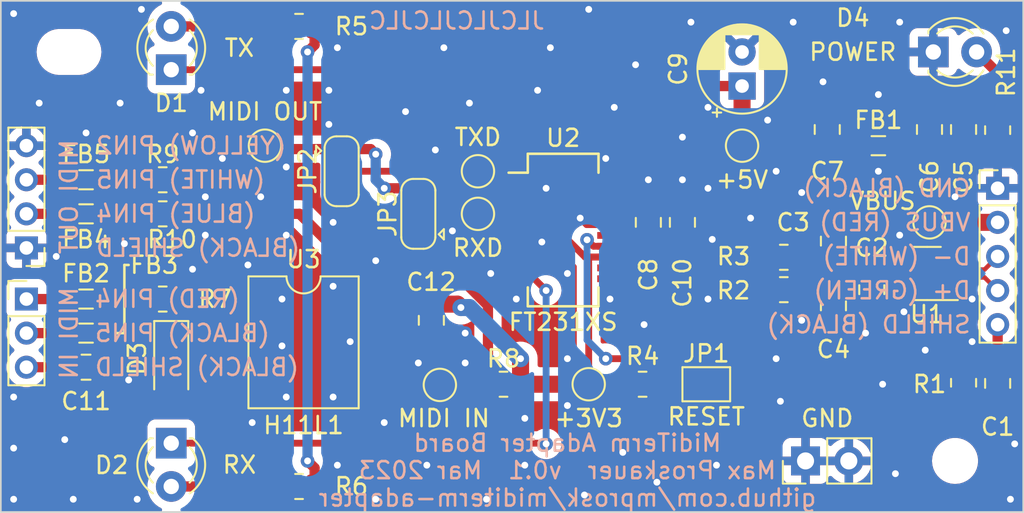
<source format=kicad_pcb>
(kicad_pcb (version 20221018) (generator pcbnew)
  (title_block (title "MidiTerm Adapter Board") (date "2023-03-30") (rev "0.1") (company "Max Proskauer"))
  (layers (0 "F.Cu" signal) (31 "B.Cu" signal) (34 "B.Paste" user) (35 "F.Paste" user) (36 "B.SilkS" user "B.Silkscreen") (37 "F.SilkS" user "F.Silkscreen") (38 "B.Mask" user) (39 "F.Mask" user) (44 "Edge.Cuts" user))
  (net 0 "")
  (net 1 "VBUS")
  (net 2 "GND")
  (net 3 "+3V3")
  (net 4 "/USBD+")
  (net 5 "/USBD-")
  (net 6 "/~{RESET}")
  (net 7 "/USB_TVS_D-")
  (net 8 "/USB_TVS_D+")
  (net 9 "+5V")
  (net 10 "Net-(J2-Pin_3)")
  (net 11 "/TXLED")
  (net 12 "Net-(D1-A)")
  (net 13 "/RXLED")
  (net 14 "Net-(D2-A)")
  (net 15 "Net-(D3-K)")
  (net 16 "Net-(D3-A)")
  (net 17 "/MIDI_IN_PIN4")
  (net 18 "Net-(FB2-Pad2)")
  (net 19 "/MIDI_IN_PIN5")
  (net 20 "Net-(FB4-Pad1)")
  (net 21 "/MIDI_OUT_PIN4")
  (net 22 "Net-(FB5-Pad1)")
  (net 23 "/MIDI_OUT_PIN5")
  (net 24 "/USB_IN_D+")
  (net 25 "/USB_IN_D-")
  (net 26 "/MIDI_OUT")
  (net 27 "/TXD")
  (net 28 "/MIDI_IN")
  (net 29 "/RXD")
  (net 39 "Net-(D4-A)")
  (net 40 "/USB_SHEILD")
  (footprint "TestPoint:TestPoint_Pad_D1.5mm" (layer "F.Cu") (at 134.5 97.5)
    (fp_text reference "TP3" hide)
    (fp_text value "+3V3")
  )
  (footprint "MountingHole:MountingHole_2.2mm_M2" (layer "F.Cu") (at 104 78)
    (fp_text reference "H2" hide)
    (fp_text value "MountingHole" hide)
  )
  (footprint "Capacitor_SMD:C_0805_2012Metric" (layer "F.Cu") (at 156.5 82.55 -90)
    (fp_text reference "C5")
    (fp_text value "10nF" hide)
  )
  (footprint "TestPoint:TestPoint_Pad_D1.5mm" (layer "F.Cu") (at 128 87.5)
    (fp_text reference "TP5" hide)
    (fp_text value "RXD")
  )
  (footprint "Resistor_SMD:R_0805_2012Metric" (layer "F.Cu") (at 129.5 97.5 180)
    (fp_text reference "R8")
    (fp_text value "270R" hide)
  )
  (footprint "TestPoint:TestPoint_Pad_D1.5mm" (layer "F.Cu") (at 154.5 88 -90)
    (fp_text reference "TP1" hide)
    (fp_text value "VBUS")
  )
  (footprint "Package_DIP:SMDIP-6_W9.53mm" (layer "F.Cu") (at 117.765 95.04)
    (fp_text reference "U3")
    (fp_text value "H11L1")
  )
  (footprint "Capacitor_SMD:C_0805_2012Metric" (layer "F.Cu") (at 105 96.5 180)
    (fp_text reference "C11")
    (fp_text value "100nF" hide)
  )
  (footprint "Connector_PinHeader_2.00mm:PinHeader_1x05_P2.00mm_Vertical" (layer "F.Cu") (at 158.5 86)
    (fp_text reference "J1" hide)
    (fp_text value "USB" hide)
  )
  (footprint "Capacitor_SMD:C_0805_2012Metric" (layer "F.Cu") (at 125.265 93.75 -90)
    (fp_text reference "C12")
    (fp_text value "100nF" hide)
  )
  (footprint "Inductor_SMD:L_0805_2012Metric" (layer "F.Cu") (at 105 94.5)
    (fp_text reference "FB3")
    (fp_text value "1k@100MHZ" hide)
  )
  (footprint "Connector_PinHeader_2.00mm:PinHeader_1x03_P2.00mm_Vertical" (layer "F.Cu") (at 101.5 92.5)
    (fp_text reference "J2" hide)
    (fp_text value "MIDI IN")
  )
  (footprint "Diode_SMD:D_SOD-123" (layer "F.Cu") (at 110 96.15 -90)
    (fp_text reference "D3")
    (fp_text value "1N4148" hide)
  )
  (footprint "Resistor_SMD:R_0805_2012Metric" (layer "F.Cu") (at 156.5 97.4125 -90)
    (fp_text reference "R1")
    (fp_text value "DNP")
  )
  (footprint "Resistor_SMD:R_0805_2012Metric" (layer "F.Cu") (at 145.95 91.95 180)
    (fp_text reference "R2")
    (fp_text value "27R" hide)
  )
  (footprint "Resistor_SMD:R_0805_2012Metric" (layer "F.Cu") (at 117.5 76.5 180)
    (fp_text reference "R5")
    (fp_text value "270R" hide)
  )
  (footprint "Capacitor_THT:CP_Radial_D5.0mm_P2.00mm" (layer "F.Cu") (at 143.5 80 90)
    (fp_text reference "C9")
    (fp_text value "4u7F" hide)
  )
  (footprint "LED_THT:LED_D3.0mm" (layer "F.Cu") (at 154.725 78)
    (fp_text reference "D4")
    (fp_text value "POWER")
  )
  (footprint "Capacitor_SMD:C_0805_2012Metric" (layer "F.Cu") (at 154.5 82.55 -90)
    (fp_text reference "C6")
    (fp_text value "1uF" hide)
  )
  (footprint "Package_TO_SOT_SMD:SOT-23-6" (layer "F.Cu") (at 154.3625 91 180)
    (fp_text reference "U1")
    (fp_text value "USBLC6-2SC6" hide)
  )
  (footprint "Resistor_SMD:R_0805_2012Metric" (layer "F.Cu") (at 158.5 82.5875 90)
    (fp_text reference "R11")
    (fp_text value "270R" hide)
  )
  (footprint "Resistor_SMD:R_0805_2012Metric" (layer "F.Cu") (at 117.5 103.5 180)
    (fp_text reference "R6")
    (fp_text value "270R" hide)
  )
  (footprint "Capacitor_SMD:C_0805_2012Metric" (layer "F.Cu") (at 148.8625 89.1 -90)
    (fp_text reference "C3")
    (fp_text value "47pF" hide)
  )
  (footprint "Jumper:SolderJumper-2_P1.3mm_Open_Pad1.0x1.5mm" (layer "F.Cu") (at 141.4 97.5)
    (fp_text reference "JP1")
    (fp_text value "RESET")
  )
  (footprint "Capacitor_SMD:C_0805_2012Metric" (layer "F.Cu") (at 140 88 -90)
    (fp_text reference "C10")
    (fp_text value "100nF" hide)
  )
  (footprint "Inductor_SMD:L_0805_2012Metric" (layer "F.Cu") (at 105 85.5 180)
    (fp_text reference "FB5")
    (fp_text value "1k@100MHZ" hide)
  )
  (footprint "Inductor_SMD:L_0805_2012Metric" (layer "F.Cu") (at 151.5 83.5 180)
    (fp_text reference "FB1")
    (fp_text value "120R" hide)
  )
  (footprint "Resistor_SMD:R_0805_2012Metric" (layer "F.Cu") (at 109.5 92.5)
    (fp_text reference "R7")
    (fp_text value "220R" hide)
  )
  (footprint "Capacitor_SMD:C_0805_2012Metric" (layer "F.Cu") (at 151.1125 91.95 -90)
    (fp_text reference "C2")
    (fp_text value "100nF" hide)
  )
  (footprint "Inductor_SMD:L_0805_2012Metric" (layer "F.Cu") (at 105 87.5 180)
    (fp_text reference "FB4")
    (fp_text value "1k@100MHZ" hide)
  )
  (footprint "Connector_PinHeader_2.00mm:PinHeader_1x04_P2.00mm_Vertical" (layer "F.Cu") (at 101.5 89.5 180)
    (fp_text reference "J3" hide)
    (fp_text value "MIDI OUT")
  )
  (footprint "MountingHole:MountingHole_2.2mm_M2" (layer "F.Cu") (at 156 102)
    (fp_text reference "H1" hide)
    (fp_text value "MountingHole" hide)
  )
  (footprint "TestPoint:TestPoint_Pad_D1.5mm" (layer "F.Cu") (at 128 85)
    (fp_text reference "TP4" hide)
    (fp_text value "TXD")
  )
  (footprint "Resistor_SMD:R_0805_2012Metric" (layer "F.Cu") (at 145.95 90.05 180)
    (fp_text reference "R3")
    (fp_text value "27R" hide)
  )
  (footprint "Inductor_SMD:L_0805_2012Metric" (layer "F.Cu") (at 105 92.5)
    (fp_text reference "FB2")
    (fp_text value "1k@100MHZ" hide)
  )
  (footprint "Capacitor_SMD:C_0805_2012Metric" (layer "F.Cu") (at 148.5 82.55 -90)
    (fp_text reference "C7")
    (fp_text value "1uF" hide)
  )
  (footprint "Capacitor_SMD:C_0805_2012Metric" (layer "F.Cu") (at 148.8625 92.9 90)
    (fp_text reference "C4")
    (fp_text value "47pF" hide)
  )
  (footprint "Resistor_SMD:R_0805_2012Metric" (layer "F.Cu") (at 109.5 85.5 180)
    (fp_text reference "R9")
    (fp_text value "10R" hide)
  )
  (footprint "Capacitor_SMD:C_0805_2012Metric" (layer "F.Cu") (at 138 88 -90)
    (fp_text reference "C8")
    (fp_text value "100nF" hide)
  )
  (footprint "LED_THT:LED_D3.0mm" (layer "F.Cu") (at 110 79.04 90)
    (fp_text reference "D1")
    (fp_text value "TX")
  )
  (footprint "Resistor_SMD:R_0805_2012Metric" (layer "F.Cu") (at 137.6625 97.5)
    (fp_text reference "R4")
    (fp_text value "1k" hide)
  )
  (footprint "TestPoint:TestPoint_Pad_D1.5mm" (layer "F.Cu") (at 125.765 97.54 180)
    (fp_text reference "TP6" hide)
    (fp_text value "MIDI IN")
  )
  (footprint "Package_SO:SSOP-20_3.9x8.7mm_P0.635mm" (layer "F.Cu") (at 133 88.45)
    (fp_text reference "U2")
    (fp_text value "FT231XS")
  )
  (footprint "TestPoint:TestPoint_Pad_D1.5mm" (layer "F.Cu") (at 115.5 83.5)
    (fp_text reference "TP7" hide)
    (fp_text value "MIDI OUT")
  )
  (footprint "Jumper:SolderJumper-3_P1.3mm_Bridged12_RoundedPad1.0x1.5mm" (layer "F.Cu") (at 120 85 -90)
    (fp_text reference "JP2")
    (fp_text value "TXD SELECT" hide)
  )
  (footprint "LED_THT:LED_D3.0mm" (layer "F.Cu") (at 110 100.96 -90)
    (fp_text reference "D2")
    (fp_text value "RX")
  )
  (footprint "Jumper:SolderJumper-3_P1.3mm_Bridged12_RoundedPad1.0x1.5mm" (layer "F.Cu") (at 124.5 87.5 90)
    (fp_text reference "JP3")
    (fp_text value "RXD SELECT" hide)
  )
  (footprint "Connector_PinHeader_2.54mm:PinHeader_1x02_P2.54mm_Vertical" (layer "F.Cu") (at 147.225 102 90)
    (fp_text reference "J4" hide)
    (fp_text value "GND")
  )
  (footprint "Resistor_SMD:R_0805_2012Metric" (layer "F.Cu") (at 109.5 87.5 180)
    (fp_text reference "R10")
    (fp_text value "33R" hide)
  )
  (footprint "Capacitor_SMD:C_0805_2012Metric" (layer "F.Cu") (at 158.5 97.45 90)
    (fp_text reference "C1")
    (fp_text value "2n2F@1kV" hide)
  )
  (footprint "TestPoint:TestPoint_Pad_D1.5mm" (layer "F.Cu") (at 143.5 83.5)
    (fp_text reference "TP2" hide)
    (fp_text value "+5V")
  )
  (gr_line (start 107.25 90.5) (end 107.5 90.5) (stroke (width 0.15)) (layer "F.SilkS"))
  (gr_line (start 107.25 90.5) (end 107.25 94.5) (stroke (width 0.15)) (layer "F.SilkS"))
  (gr_line (start 107.25 94.5) (end 106.75 94.5) (stroke (width 0.15)) (layer "F.SilkS"))
  (gr_rect (start 100 75) (end 160 105) (stroke (width 0.1)) (fill none) (layer "Edge.Cuts"))
  (gr_text "VBUS (RED)" (at 157 88) (layer "B.SilkS") (effects (font (size 1 1)) (justify left mirror)))
  (gr_text "(YELLOW) PIN2" (at 105.5 83.5) (layer "B.SilkS") (effects (font (size 1 1)) (justify right mirror)))
  (gr_text "GND (BLACK)" (at 157 86) (layer "B.SilkS") (effects (font (size 1 1)) (justify left mirror)))
  (gr_text "(BLACK) SHIELD" (at 105.4375 96.5) (layer "B.SilkS") (effects (font (size 1 1)) (justify right mirror)))
  (gr_text "(BLACK) SHIELD" (at 105.5 89.5) (layer "B.SilkS") (effects (font (size 1 1)) (justify right mirror)))
  (gr_text "(BLUE) PIN4" (at 105.5 87.5) (layer "B.SilkS") (effects (font (size 1 1)) (justify right mirror)))
  (gr_text "MidiTerm Adapter Board\nMax Proskauer  v0.1  Mar 2023\ngithub.com/mprosk/miditerm-adapter" (at 133.25 104.75) (layer "B.SilkS") (effects (font (size 1 1)) (justify bottom mirror)))
  (gr_text "JLCJLCJLCJLC" (at 132 76.75) (layer "B.SilkS") (effects (font (size 1 1)) (justify left bottom mirror)))
  (gr_text "(WHITE) PIN5" (at 105.5 85.5) (layer "B.SilkS") (effects (font (size 1 1)) (justify right mirror)))
  (gr_text "SHIELD (BLACK)" (at 157 94) (layer "B.SilkS") (effects (font (size 1 1)) (justify left mirror)))
  (gr_text "D+ (GREEN)" (at 157 92) (layer "B.SilkS") (effects (font (size 1 1)) (justify left mirror)))
  (gr_text "D- (WHITE)" (at 157 90) (layer "B.SilkS") (effects (font (size 1 1)) (justify left mirror)))
  (gr_text "(RED) PIN4" (at 105.4375 92.5) (layer "B.SilkS") (effects (font (size 1 1)) (justify right mirror)))
  (gr_text "(BLACK) PIN5" (at 105.4375 94.5) (layer "B.SilkS") (effects (font (size 1 1)) (justify right mirror)))
  (segment (start 154.3875 90.398528) (end 154.3875 88.1125) (width 0.5) (layer "F.Cu") (net 1))
  (segment (start 158.5 88) (end 154.5 88) (width 1) (layer "F.Cu") (net 1))
  (segment (start 154.5 83.5) (end 152.5625 83.5) (width 1) (layer "F.Cu") (net 1))
  (segment (start 156.5 83.5) (end 158.5 83.5) (width 1) (layer "F.Cu") (net 1))
  (segment (start 153.225 91) (end 151.1125 91) (width 0.6) (layer "F.Cu") (net 1))
  (segment (start 156.5 83.5) (end 154.5 83.5) (width 1) (layer "F.Cu") (net 1))
  (segment (start 154.5 83.5) (end 154.5 88) (width 1) (layer "F.Cu") (net 1))
  (segment (start 153.225 91) (end 153.786028 91) (width 0.5) (layer "F.Cu") (net 1))
  (segment (start 153.786028 91) (end 154.3875 90.398528) (width 0.5) (layer "F.Cu") (net 1))
  (segment (start 154.3875 88.1125) (end 154.5 88) (width 0.5) (layer "F.Cu") (net 1))
  (segment (start 153.786028 92.9) (end 153.35 92.9) (width 0.5) (layer "F.Cu") (net 2))
  (segment (start 140 87.05) (end 138 87.05) (width 1) (layer "F.Cu") (net 2))
  (segment (start 131.75 89.1525) (end 131.365 88.7675) (width 0.4) (layer "F.Cu") (net 2))
  (segment (start 125.265 94.7) (end 122.87 94.7) (width 1) (layer "F.Cu") (net 2))
  (segment (start 140 87.05) (end 140.45 87.05) (width 0.6) (layer "F.Cu") (net 2))
  (segment (start 136.9175 88.1325) (end 138 87.05) (width 0.4) (layer "F.Cu") (net 2))
  (segment (start 131.365 88.7675) (end 130.4 88.7675) (width 0.4) (layer "F.Cu") (net 2))
  (segment (start 140.45 87.05) (end 141.5 86) (width 0.6) (layer "F.Cu") (net 2))
  (segment (start 154.3625 91.576472) (end 154.3625 92.323528) (width 0.5) (layer "F.Cu") (net 2))
  (segment (start 154.3625 92.323528) (end 153.786028 92.9) (width 0.5) (layer "F.Cu") (net 2))
  (segment (start 151.5 80.5) (end 151.5 85) (width 0.4) (layer "F.Cu") (net 2))
  (segment (start 153.35 92.9) (end 153 93.25) (width 0.5) (layer "F.Cu") (net 2))
  (segment (start 155.5 91) (end 154.938972 91) (width 0.5) (layer "F.Cu") (net 2))
  (segment (start 154.938972 91) (end 154.3625 91.576472) (width 0.5) (layer "F.Cu") (net 2))
  (segment (start 122.87 94.7) (end 122.53 95.04) (width 1) (layer "F.Cu") (net 2))
  (segment (start 134.3825 88.1325) (end 134 87.75) (width 0.4) (layer "F.Cu") (net 2))
  (segment (start 153 93.25) (end 152.65 92.9) (width 0.5) (layer "F.Cu") (net 2))
  (segment (start 135.6 88.1325) (end 136.9175 88.1325) (width 0.4) (layer "F.Cu") (net 2))
  (segment (start 135.6 88.1325) (end 134.3825 88.1325) (width 0.4) (layer "F.Cu") (net 2))
  (segment (start 152.65 92.9) (end 151.1125 92.9) (width 0.5) (layer "F.Cu") (net 2))
  (via (at 145.75 98.5) (size 0.8) (drill 0.4) (layers "F.Cu" "B.Cu") (net 2))
  (via (at 134 87.75) (size 0.8) (drill 0.4) (layers "F.Cu" "B.Cu") (net 2))
  (via (at 141.5 92.5) (size 0.8) (drill 0.4) (layers "F.Cu" "B.Cu") (net 2))
  (via (at 132 86) (size 0.8) (drill 0.4) (layers "F.Cu" "B.Cu") (net 2))
  (via (at 119.25 80.25) (size 0.8) (drill 0.4) (layers "F.Cu" "B.Cu") (net 2))
  (via (at 113 84.25) (size 0.8) (drill 0.4) (layers "F.Cu" "B.Cu") (net 2))
  (via (at 145 82) (size 0.8) (drill 0.4) (layers "F.Cu" "B.Cu") (net 2))
  (via (at 150.75 94.5) (size 0.8) (drill 0.4) (layers "F.Cu" "B.Cu") (net 2))
  (via (at 103.25 90) (size 0.8) (drill 0.4) (layers "F.Cu" "B.Cu") (net 2))
  (via (at 133.25 91) (size 0.8) (drill 0.4) (layers "F.Cu" "B.Cu") (net 2))
  (via (at 103.75 100.75) (size 0.8) (drill 0.4) (layers "F.Cu" "B.Cu") (net 2))
  (via (at 112 88.75) (size 0.8) (drill 0.4) (layers "F.Cu" "B.Cu") (net 2))
  (via (at 119.5 88) (size 0.8) (drill 0.4) (layers "F.Cu" "B.Cu") (net 2))
  (via (at 130.75 102.25) (size 0.8) (drill 0.4) (layers "F.Cu" "B.Cu") (net 2))
  (via (at 136.5 101.5) (size 0.8) (drill 0.4) (layers "F.Cu" "B.Cu") (net 2))
  (via (at 111.25 90.75) (size 0.8) (drill 0.4) (layers "F.Cu" "B.Cu") (net 2))
  (via (at 122 104.25) (size 0.8) (drill 0.4) (layers "F.Cu" "B.Cu") (net 2))
  (via (at 135.75 92.5) (size 0.8) (drill 0.4) (layers "F.Cu" "B.Cu") (net 2))
  (via (at 105 82.75) (size 0.8) (drill 0.4) (layers "F.Cu" "B.Cu") (net 2))
  (via (at 104.25 104.25) (size 0.8) (drill 0.4) (layers "F.Cu" "B.Cu") (net 2))
  (via (at 130.75 99.5) (size 0.8) (drill 0.4) (layers "F.Cu" "B.Cu") (net 2))
  (via (at 145.5 85) (size 0.8) (drill 0.4) (layers "F.Cu" "B.Cu") (net 2))
  (via (at 157 92.5) (size 0.8) (drill 0.4) (layers "F.Cu" "B.Cu") (net 2))
  (via (at 151.75 97.5) (size 0.8) (drill 0.4) (layers "F.Cu" "B.Cu") (net 2))
  (via (at 108 104.25) (size 0.8) (drill 0.4) (layers "F.Cu" "B.Cu") (net 2))
  (via (at 151.5 80.5) (size 0.8) (drill 0.4) (layers "F.Cu" "B.Cu") (net 2))
  (via (at 119.75 77.75) (size 0.8) (drill 0.4) (layers "F.Cu" "B.Cu") (net 2))
  (via (at 107 81) (size 0.8) (drill 0.4) (layers "F.Cu" "B.Cu") (net 2))
  (via (at 133.25 96) (size 0.8) (drill 0.4) (layers "F.Cu" "B.Cu") (net 2))
  (via (at 100.75 75.75) (size 0.8) (drill 0.4) (layers "F.Cu" "B.Cu") (net 2))
  (via (at 159 76.75) (size 0.8) (drill 0.4) (layers "F.Cu" "B.Cu") (net 2))
  (via (at 123.75 81.5) (size 0.8) (drill 0.4) (layers "F.Cu" "B.Cu") (net 2))
  (via (at 125 102.25) (size 0.8) (drill 0.4) (layers "F.Cu" "B.Cu") (net 2))
  (via (at 126.5 88.5) (size 0.8) (drill 0.4) (layers "F.Cu" "B.Cu") (net 2))
  (via (at 119.5 98.25) (size 0.8) (drill 0.4) (layers "F.Cu" "B.Cu") (net 2))
  (via (at 107.5 97.25) (size 0.8) (drill 0.4) (layers "F.Cu" "B.Cu") (net 2))
  (via (at 127.5 81) (size 0.8) (drill 0.4) (layers "F.Cu" "B.Cu") (net 2))
  (via (at 132.25 77.75) (size 0.8) (drill 0.4) (layers "F.Cu" "B.Cu") (net 2))
  (via (at 140.5 76.25) (size 0.8) (drill 0.4) (layers "F.Cu" "B.Cu") (net 2))
  (via (at 141.5 81.25) (size 0.8) (drill 0.4) (layers "F.Cu" "B.Cu") (net 2))
  (via (at 100.75 104.25) (size 0.8) (drill 0.4) (layers "F.Cu" "B.Cu") (net 2))
  (via (at 147 86.25) (size 0.8) (drill 0.4) (layers "F.Cu" "B.Cu") (net 2))
  (via (at 107.25 89.25) (size 0.8) (drill 0.4) (layers "F.Cu" "B.Cu") (net 2))
  (via (at 122 90.25) (size 0.8) (drill 0.4) (layers "F.Cu" "B.Cu") (net 2))
  (via (at 146.5 76.25) (size 0.8) (drill 0.4) (layers "F.Cu" "B.Cu") (net 2))
  (via (at 148.25 79.75) (size 0.8) (drill 0.4) (layers "F.Cu" "B.Cu") (net 2))
  (via (at 108.25 75.5) (size 0.8) (drill 0.4) (layers "F.Cu" "B.Cu") (net 2))
  (via (at 152.75 76.25) (size 0.8) (drill 0.4) (layers "F.Cu" "B.Cu") (net 2))
  (via (at 144 87.75) (size 0.8) (drill 0.4) (layers "F.Cu" "B.Cu") (net 2))
  (via (at 114.5 90.5) (size 0.8) (drill 0.4) (layers "F.Cu" "B.Cu") (net 2))
  (via (at 152.5 102.75) (size 0.8) (drill 0.4) (layers "F.Cu" "B.Cu") (net 2))
  (via (at 128.5 104.25) (size 0.8) (drill 0.4) (layers "F.Cu" "B.Cu") (net 2))
  (via (at 133.25 98.75) (size 0.8) (drill 0.4) (layers "F.Cu" "B.Cu") (net 2))
  (via (at 142 102.25) (size 0.8) (drill 0.4) (layers "F.Cu" "B.Cu") (net 2))
  (via (at 115.25 86.5) (size 0.8) (drill 0.4) (layers "F.Cu" "B.Cu") (net 2))
  (via (at 116.5 95.25) (size 0.8) (drill 0.4) (layers "F.Cu" "B.Cu") (net 2))
  (via (at 159.25 104.25) (size 0.8) (drill 0.4) (layers "F.Cu" "B.Cu") (net 2))
  (via (at 151.5 85) (size 0.8) (drill 0.4) (layers "F.Cu" "B.Cu") (net 2))
  (via (at 116.75 88.75) (size 0.8) (drill 0.4) (layers "F.Cu" "B.Cu") (net 2))
  (via (at 119.25 82.25) (size 0.8) (drill 0.4) (layers "F.Cu" "B.Cu") (net 2))
  (via (at 134.25 104) (size 0.8) (drill 0.4) (layers "F.Cu" "B.Cu") (net 2))
  (via (at 127.25 96.25) (size 0.8) (drill 0.4) (layers "F.Cu" "B.Cu") (net 2))
  (via (at 156 86.5) (size 0.8) (drill 0.4) (layers "F.Cu" "B.Cu") (net 2))
  (via (at 141.75 89) (size 0.8) (drill 0.4) (layers "F.Cu" "B.Cu") (net 2))
  (via (at 100.75 101.25) (size 0.8) (drill 0.4) (layers "F.Cu" "B.Cu") (net 2))
  (via (at 141.5 86) (size 0.8) (drill 0.4) (layers "F.Cu" "B.Cu") (net 2))
  (via (at 125.5 83.75) (size 0.8) (drill 0.4) (layers "F.Cu" "B.Cu") (net 2))
  (via (at 119.5 91.75) (size 0.8) (drill 0.4) (layers "F.Cu" "B.Cu") (net 2))
  (via (at 136 81.25) (size 0.8) (drill 0.4) (layers "F.Cu" "B.Cu") (net 2))
  (via (at 147 93.75) (size 0.8) (drill 0.4) (layers "F.Cu" "B.Cu") (net 2))
  (via (at 128.75 91) (size 0.8) (drill 0.4) (layers "F.Cu" "B.Cu") (net 2))
  (via (at 124.5 96.25) (size 0.8) (drill 0.4) (layers "F.Cu" "B.Cu") (net 2))
  (via (at 116.75 80.25) (size 0.8) (drill 0.4) (layers "F.Cu" "B.Cu") (net 2))
  (via (at 116.75 98.25) (size 0.8) (drill 0.4) (layers "F.Cu" "B.Cu") (net 2))
  (via (at 116.5 92.5) (size 0.8) (drill 0.4) (layers "F.Cu" "B.Cu") (net 2))
  (via (at 116.75 84.75) (size 0.8) (drill 0.4) (layers "F.Cu" "B.Cu") (net 2))
  (via (at 130.25 92.5) (size 0.8) (drill 0.4) (layers "F.Cu" "B.Cu") (net 2))
  (via (at 153 93.25) (size 0.8) (drill 0.4) (layers "F.Cu" "B.Cu") (net 2))
  (via (at 137.25 78.75) (size 0.8) (drill 0.4) (layers "F.Cu" "B.Cu") (net 2))
  (via (at 145.5 96) (size 0.8) (drill 0.4) (layers "F.Cu" "B.Cu") (net 2))
  (via (at 138.5 103.25) (size 0.8) (drill 0.4) (layers "F.Cu" "B.Cu") (net 2))
  (via (at 138 85.5) (size 0.8) (drill 0.4) (layers "F.Cu" "B.Cu") (net 2))
  (via (at 137.75 94) (size 0.8) (drill 0.4) (layers "F.Cu" "B.Cu") (net 2))
  (via (at 134.5 75.5) (size 0.8) (drill 0.4) (layers "F.Cu" "B.Cu") (net 2))
  (via (at 100.75 98.25) (size 0.8) (drill 0.4) (layers "F.Cu" "B.Cu") (net 2))
  (via (at 152.75 88.75) (size 0.8) (drill 0.4) (layers "F.Cu" "B.Cu") (net 2))
  (via (at 102.25 81) (size 0.8) (drill 0.4) (layers "F.Cu" "B.Cu") (net 2))
  (via (at 140 85.5) (size 0.8) (drill 0.4) (layers "F.Cu" "B.Cu") (net 2))
  (via (at 119.75 102.25) (size 0.8) (drill 0.4) (layers "F.Cu" "B.Cu") (net 2))
  (via (at 111.25 82.75) (size 0.8) (drill 0.4) (layers "F.Cu" "B.Cu") (net 2))
  (via (at 154.25 95.5) (size 0.8) (drill 0.4) (layers "F.Cu" "B.Cu") (net 2))
  (via (at 135.5 84.25) (size 0.8) (drill 0.4) (layers "F.Cu" "B.Cu") (net 2))
  (via (at 122.5 99.75) (size 0.8) (drill 0.4) (layers "F.Cu" "B.Cu") (net 2))
  (via (at 157 95) (size 0.8) (drill 0.4) (layers "F.Cu" "B.Cu") (net 2))
  (via (at 120.5 95) (size 0.8) (drill 0.4) (layers "F.Cu" "B.Cu") (net 2))
  (via (at 140 83) (size 0.8) (drill 0.4) (layers "F.Cu" "B.Cu") (net 2))
  (via (at 112 86.5) (size 0.8) (drill 0.4) (layers "F.Cu" "B.Cu") (net 2))
  (via (at 114.75 99.75) (size 0.8) (drill 0.4) (layers "F.Cu" "B.Cu") (net 2))
  (via (at 127.25 94.5) (size 0.8) (drill 0.4) (layers "F.Cu" "B.Cu") (net 2))
  (via (at 131.5 80.25) (size 0.8) (drill 0.4) (layers "F.Cu" "B.Cu") (net 2))
  (via (at 126 77.75) (size 0.8) (drill 0.4) (layers "F.Cu" "B.Cu") (net 2))
  (via (at 159.5 101) (size 0.8) (drill 0.4) (layers "F.Cu" "B.Cu") (net 2))
  (via (at 111.75 80.25) (size 0.8) (drill 0.4) (layers "F.Cu" "B.Cu") (net 2))
  (via (at 131.75 89.1525) (size 0.8) (drill 0.4) (layers "F.Cu" "B.Cu") (net 2))
  (segment (start 134.2875 90.0375) (end 135.6 90.0375) (width 0.4) (layer "F.Cu") (net 3))
  (segment (start 130.5 97.4125) (end 130.4125 97.5) (width 1) (layer "F.Cu") (net 3))
  (segment (start 134.5 90.075) (end 134.5 97.5) (width 0.4) (layer "F.Cu") (net 3))
  (segment (start 134.5375 90.0375) (end 134.5 90.075) (width 0.4) (layer "F.Cu") (net 3))
  (segment (start 130.4125 97.5) (end 134.5 97.5) (width 1) (layer "F.Cu") (net 3))
  (segment (start 131.365 86.8625) (end 131.365 87.115) (width 0.4) (layer "F.Cu") (net 3))
  (segment (start 125.265 92.8) (end 122.83 92.8) (width 1) (layer "F.Cu") (net 3))
  (segment (start 131.365 87.115) (end 134.2875 90.0375) (width 0.4) (layer "F.Cu") (net 3))
  (segment (start 125.265 92.8) (end 126.8 92.8) (width 1) (layer "F.Cu") (net 3))
  (segment (start 130.4 86.8625) (end 131.365 86.8625) (width 0.4) (layer "F.Cu") (net 3))
  (segment (start 122.83 92.8) (end 122.53 92.5) (width 1) (layer "F.Cu") (net 3))
  (segment (start 130.5 96) (end 130.5 97.4125) (width 1) (layer "F.Cu") (net 3))
  (segment (start 138.9125 90.0375) (end 140 88.95) (width 0.4) (layer "F.Cu") (net 3))
  (segment (start 110.4125 87.5) (end 117.53 87.5) (width 0.6) (layer "F.Cu") (net 3))
  (segment (start 126.8 92.8) (end 127 93) (width 1) (layer "F.Cu") (net 3))
  (segment (start 135.6 90.0375) (end 138.9125 90.0375) (width 0.4) (layer "F.Cu") (net 3))
  (segment (start 117.53 87.5) (end 122.53 92.5) (width 0.6) (layer "F.Cu") (net 3))
  (segment (start 134.5375 90.0375) (end 135.6 90.0375) (width 0.4) (layer "F.Cu") (net 3))
  (segment (start 136.75 97.5) (end 134.5 97.5) (width 0.6) (layer "F.Cu") (net 3))
  (via (at 130.5 96) (size 0.8) (drill 0.4) (layers "F.Cu" "B.Cu") (net 3))
  (via (at 127 93) (size 0.8) (drill 0.4) (layers "F.Cu" "B.Cu") (net 3))
  (segment (start 127 93) (end 127.5 93) (width 1) (layer "B.Cu") (net 3))
  (segment (start 127.5 93) (end 130.5 96) (width 1) (layer "B.Cu") (net 3))
  (segment (start 145.0375 91.95) (end 144.319657 91.232157) (width 0.261112) (layer "F.Cu") (net 4))
  (segment (start 144.319656 91.232156) (end 136.5309 91.232156) (width 0.261112) (layer "F.Cu") (net 4))
  (segment (start 145.0375 91.95) (end 144.319656 91.232156) (width 0.261112) (layer "F.Cu") (net 4))
  (segment (start 135.678544 91.228956) (end 136.5 91.228956) (width 0.261112) (layer "F.Cu") (net 4))
  (segment (start 144.319657 91.232157) (end 144.319656 91.232156) (width 0.261112) (layer "F.Cu") (net 4))
  (segment (start 135.6 91.3075) (end 135.678544 91.228956) (width 0.261112) (layer "F.Cu") (net 4))
  (segment (start 145.0375 90.05) (end 144.319656 90.767844) (width 0.261112) (layer "F.Cu") (net 5))
  (segment (start 144.319657 90.767843) (end 144.319656 90.767844) (width 0.261112) (layer "F.Cu") (net 5))
  (segment (start 136.422844 90.767844) (end 144.319656 90.767844) (width 0.261112) (layer "F.Cu") (net 5))
  (segment (start 135.6 90.6725) (end 135.695344 90.767844) (width 0.261112) (layer "F.Cu") (net 5))
  (segment (start 145.0375 90.05) (end 144.319657 90.767843) (width 0.261112) (layer "F.Cu") (net 5))
  (segment (start 135.695344 90.767844) (end 136.5 90.767844) (width 0.261112) (layer "F.Cu") (net 5))
  (segment (start 134.783164 89.4025) (end 134.403014 89.02235) (width 0.4) (layer "F.Cu") (net 6))
  (segment (start 135.6 89.4025) (end 134.783164 89.4025) (width 0.4) (layer "F.Cu") (net 6))
  (segment (start 135.5 96) (end 137.075 96) (width 0.4) (layer "F.Cu") (net 6))
  (segment (start 138.575 97.5) (end 140.75 97.5) (width 0.6) (layer "F.Cu") (net 6))
  (segment (start 137.075 96) (end 138.575 97.5) (width 0.4) (layer "F.Cu") (net 6))
  (via (at 134.403014 89.02235) (size 0.8) (drill 0.4) (layers "F.Cu" "B.Cu") (net 6))
  (via (at 135.5 96) (size 0.8) (drill 0.4) (layers "F.Cu" "B.Cu") (net 6))
  (segment (start 134.403014 94.903014) (end 134.403014 89.02235) (width 0.4) (layer "B.Cu") (net 6))
  (segment (start 135.5 96) (end 134.403014 94.903014) (width 0.4) (layer "B.Cu") (net 6))
  (segment (start 148.8625 90.05) (end 146.8625 90.05) (width 0.261112) (layer "F.Cu") (net 7))
  (segment (start 153.225 90.05) (end 148.8625 90.05) (width 0.261112) (layer "F.Cu") (net 7))
  (segment (start 153.225 91.95) (end 148.8625 91.95) (width 0.261112) (layer "F.Cu") (net 8))
  (segment (start 148.8625 91.95) (end 146.8625 91.95) (width 0.261112) (layer "F.Cu") (net 8))
  (segment (start 141.05 87.95) (end 143.5 85.5) (width 0.4) (layer "F.Cu") (net 9))
  (segment (start 148.5 83.5) (end 150.4375 83.5) (width 1) (layer "F.Cu") (net 9))
  (segment (start 137.8175 88.7675) (end 138 88.95) (width 0.4) (layer "F.Cu") (net 9))
  (segment (start 143.5 80) (end 136.5 80) (width 0.6) (layer "F.Cu") (net 9))
  (segment (start 118.4125 77.5875) (end 118 78) (width 0.6) (layer "F.Cu") (net 9))
  (segment (start 143.5 85.5) (end 143.5 83.5) (width 0.4) (layer "F.Cu") (net 9))
  (segment (start 118.4125 102.4125) (end 118 102) (width 0.6) (layer "F.Cu") (net 9))
  (segment (start 118.4125 76.5) (end 118.4125 77.5875) (width 0.6) (layer "F.Cu") (net 9))
  (segment (start 139 87.95) (end 141.05 87.95) (width 0.4) (layer "F.Cu") (net 9))
  (segment (start 138 88.95) (end 139 87.95) (width 0.4) (layer "F.Cu") (net 9))
  (segment (start 133 76.5) (end 118.4125 76.5) (width 0.6) (layer "F.Cu") (net 9))
  (segment (start 136.5 80) (end 133 76.5) (width 0.6) (layer "F.Cu") (net 9))
  (segment (start 135.6 88.7675) (end 137.8175 88.7675) (width 0.4) (layer "F.Cu") (net 9))
  (segment (start 143.5 80) (end 143.5 83.5) (width 1) (layer "F.Cu") (net 9))
  (segment (start 143.5 83.5) (end 148.5 83.5) (width 1) (layer "F.Cu") (net 9))
  (segment (start 118.4125 103.5) (end 118.4125 102.4125) (width 0.6) (layer "F.Cu") (net 9))
  (via (at 118 78) (size 0.8) (drill 0.4) (layers "F.Cu" "B.Cu") (net 9))
  (via (at 118 102) (size 0.8) (drill 0.4) (layers "F.Cu" "B.Cu") (net 9))
  (segment (start 118 78) (end 118 102) (width 0.6) (layer "B.Cu") (net 9))
  (segment (start 101.5 96.5) (end 104.05 96.5) (width 0.6) (layer "F.Cu") (net 10))
  (segment (start 136.565 87.4975) (end 136.6 87.4625) (width 0.4) (layer "F.Cu") (net 11))
  (segment (start 135.6 87.4975) (end 136.565 87.4975) (width 0.4) (layer "F.Cu") (net 11))
  (segment (start 132.04 79.04) (end 110 79.04) (width 0.4) (layer "F.Cu") (net 11))
  (segment (start 136.6 87.4625) (end 136.6 83.6) (width 0.4) (layer "F.Cu") (net 11))
  (segment (start 136.6 83.6) (end 132.04 79.04) (width 0.4) (layer "F.Cu") (net 11))
  (segment (start 116.5875 76.5) (end 110 76.5) (width 0.6) (layer "F.Cu") (net 12))
  (segment (start 132 101) (end 131.96 100.96) (width 0.4) (layer "F.Cu") (net 13))
  (segment (start 131.96 100.96) (end 110 100.96) (width 0.4) (layer "F.Cu") (net 13))
  (segment (start 131.3075 91.3075) (end 132 92) (width 0.4) (layer "F.Cu") (net 13))
  (segment (start 130.4 91.3075) (end 131.3075 91.3075) (width 0.4) (layer "F.Cu") (net 13))
  (via (at 132 101) (size 0.8) (drill 0.4) (layers "F.Cu" "B.Cu") (net 13))
  (via (at 132 92) (size 0.8) (drill 0.4) (layers "F.Cu" "B.Cu") (net 13))
  (segment (start 132 92) (end 132 101) (width 0.4) (layer "B.Cu") (net 13))
  (segment (start 116.5 103.5) (end 110 103.5) (width 0.6) (layer "F.Cu") (net 14))
  (segment (start 110.4125 92.5) (end 113 92.5) (width 0.6) (layer "F.Cu") (net 15))
  (segment (start 110.4125 92.5) (end 110.4125 94.0875) (width 0.6) (layer "F.Cu") (net 15))
  (segment (start 110.4125 94.0875) (end 110 94.5) (width 0.6) (layer "F.Cu") (net 15))
  (segment (start 106.7 94.5) (end 110 97.8) (width 0.6) (layer "F.Cu") (net 16))
  (segment (start 106.0625 94.5) (end 106.7 94.5) (width 0.6) (layer "F.Cu") (net 16))
  (segment (start 113 95.04) (end 112.76 95.04) (width 0.6) (layer "F.Cu") (net 16))
  (segment (start 112.76 95.04) (end 110 97.8) (width 0.6) (layer "F.Cu") (net 16))
  (segment (start 112.85 95.19) (end 113 95.04) (width 0.6) (layer "F.Cu") (net 16))
  (segment (start 101.5 92.5) (end 103.9375 92.5) (width 0.6) (layer "F.Cu") (net 17))
  (segment (start 106.0625 92.5) (end 108.5875 92.5) (width 0.6) (layer "F.Cu") (net 18))
  (segment (start 101.5 94.5) (end 103.9375 94.5) (width 0.6) (layer "F.Cu") (net 19))
  (segment (start 106.0625 87.5) (end 108.5875 87.5) (width 0.6) (layer "F.Cu") (net 20))
  (segment (start 101.5 87.5) (end 103.9375 87.5) (width 0.6) (layer "F.Cu") (net 21))
  (segment (start 106.0625 85.5) (end 108.5875 85.5) (width 0.6) (layer "F.Cu") (net 22))
  (segment (start 101.5 85.5) (end 103.9375 85.5) (width 0.6) (layer "F.Cu") (net 23))
  (segment (start 157.732157 91.232157) (end 156.609952 91.232157) (width 0.261112) (layer "F.Cu") (net 24))
  (segment (start 156.211553 91.630556) (end 155.819444 91.630556) (width 0.261112) (layer "F.Cu") (net 24))
  (segment (start 156.609952 91.232157) (end 156.211553 91.630556) (width 0.261112) (layer "F.Cu") (net 24))
  (segment (start 155.819444 91.630556) (end 155.5 91.95) (width 0.261112) (layer "F.Cu") (net 24))
  (segment (start 158.5 92) (end 157.732157 91.232157) (width 0.261112) (layer "F.Cu") (net 24))
  (segment (start 156.211553 90.369444) (end 155.819444 90.369444) (width 0.261112) (layer "F.Cu") (net 25))
  (segment (start 156.609952 90.767843) (end 156.211553 90.369444) (width 0.261112) (layer "F.Cu") (net 25))
  (segment (start 157.732157 90.767843) (end 156.609952 90.767843) (width 0.261112) (layer "F.Cu") (net 25))
  (segment (start 158.5 90) (end 157.732157 90.767843) (width 0.261112) (layer "F.Cu") (net 25))
  (segment (start 155.819444 90.369444) (end 155.5 90.05) (width 0.261112) (layer "F.Cu") (net 25))
  (segment (start 124.3 86) (end 124.5 86.2) (width 0.6) (layer "F.Cu") (net 26))
  (segment (start 115.7 83.7) (end 115.5 83.5) (width 0.6) (layer "F.Cu") (net 26))
  (segment (start 122.5 86) (end 124.3 86) (width 0.6) (layer "F.Cu") (net 26))
  (segment (start 113.5 85.5) (end 115.5 83.5) (width 0.6) (layer "F.Cu") (net 26))
  (segment (start 120 83.7) (end 121.7 83.7) (width 0.6) (layer "F.Cu") (net 26))
  (segment (start 120 83.7) (end 115.7 83.7) (width 0.6) (layer "F.Cu") (net 26))
  (segment (start 110.4125 85.5) (end 113.5 85.5) (width 0.6) (layer "F.Cu") (net 26))
  (segment (start 121.7 83.7) (end 122 84) (width 0.6) (layer "F.Cu") (net 26))
  (via (at 122 84) (size 0.8) (drill 0.4) (layers "F.Cu" "B.Cu") (net 26))
  (via (at 122.5 86) (size 0.8) (drill 0.4) (layers "F.Cu" "B.Cu") (net 26))
  (segment (start 122 84) (end 122 85.5) (width 0.6) (layer "B.Cu") (net 26))
  (segment (start 122 85.5) (end 122.5 86) (width 0.6) (layer "B.Cu") (net 26))
  (segment (start 120 85) (end 128 85) (width 0.4) (layer "F.Cu") (net 27))
  (segment (start 132.4925 84.9925) (end 133.0925 85.5925) (width 0.4) (layer "F.Cu") (net 27))
  (segment (start 128.0075 84.9925) (end 132.4925 84.9925) (width 0.4) (layer "F.Cu") (net 27))
  (segment (start 128 85) (end 128.0075 84.9925) (width 0.4) (layer "F.Cu") (net 27))
  (segment (start 133.0925 85.5925) (end 135.6 85.5925) (width 0.4) (layer "F.Cu") (net 27))
  (segment (start 128.5875 92.8875) (end 124.5 88.8) (width 0.6) (layer "F.Cu") (net 28))
  (segment (start 125.765 97.54) (end 128.5475 97.54) (width 0.6) (layer "F.Cu") (net 28))
  (segment (start 128.5875 97.5) (end 128.5875 92.8875) (width 0.6) (layer "F.Cu") (net 28))
  (segment (start 125.725 97.58) (end 125.765 97.54) (width 0.6) (layer "F.Cu") (net 28))
  (segment (start 122.5 88.8) (end 124.5 88.8) (width 0.6) (layer "F.Cu") (net 28))
  (segment (start 120 86.3) (end 122.5 88.8) (width 0.6) (layer "F.Cu") (net 28))
  (segment (start 128.5475 97.54) (end 128.5875 97.5) (width 0.6) (layer "F.Cu") (net 28))
  (segment (start 122.53 97.58) (end 125.725 97.58) (width 0.6) (layer "F.Cu") (net 28))
  (segment (start 128 87.5) (end 130.3975 87.5) (width 0.4) (layer "F.Cu") (net 29))
  (segment (start 124.5 87.5) (end 128 87.5) (width 0.4) (layer "F.Cu") (net 29))
  (segment (start 130.3975 87.5) (end 130.4 87.4975) (width 0.4) (layer "F.Cu") (net 29))
  (segment (start 158.5 79.235) (end 157.265 78) (width 0.6) (layer "F.Cu") (net 39))
  (segment (start 158.5 81.675) (end 158.5 79.235) (width 0.6) (layer "F.Cu") (net 39))
  (segment (start 158.5 96.5) (end 156.5 96.5) (width 0.6) (layer "F.Cu") (net 40))
  (segment (start 158.5 94) (end 158.5 96.5) (width 0.6) (layer "F.Cu") (net 40))
  (zone (net 0) (net_name "") (layer "F.Cu") (connect_pads (clearance 0)) (min_thickness 0.25)
    (keepout (tracks allowed) (vias allowed) (pads allowed) (copperpour not_allowed) (footprints allowed))
    (fill (thermal_gap 0.5) (thermal_bridge_width 0.5))
    (polygon (pts (xy 104.5 95.75) (xy 105.5 95.75) (xy 105.5 91.5) (xy 104.5 91.5)))
  )
  (zone (net 0) (net_name "") (layer "F.Cu") (connect_pads (clearance 0)) (min_thickness 0.25)
    (keepout (tracks allowed) (vias allowed) (pads allowed) (copperpour not_allowed) (footprints allowed))
    (fill (thermal_gap 0.5) (thermal_bridge_width 0.5))
    (polygon (pts (xy 110 75) (xy 110 76) (xy 133.5 76) (xy 133.5 75)))
  )
  (zone (net 0) (net_name "") (layer "F.Cu") (connect_pads (clearance 0)) (min_thickness 0.25)
    (keepout (tracks allowed) (vias allowed) (pads allowed) (copperpour not_allowed) (footprints allowed))
    (fill (thermal_gap 0.5) (thermal_bridge_width 0.5))
    (polygon (pts (xy 110.25 104) (xy 110.25 105) (xy 119.25 105) (xy 119.25 104)))
  )
  (zone (net 2) (net_name "GND") (layers "F&B.Cu") (connect_pads (clearance 0.5)) (min_thickness 0.25) (fill yes (thermal_gap 0.5) (thermal_bridge_width 0.5))
    (polygon (pts (xy 100 75) (xy 100 105) (xy 160 105) (xy 160 75)))
  )
)
</source>
